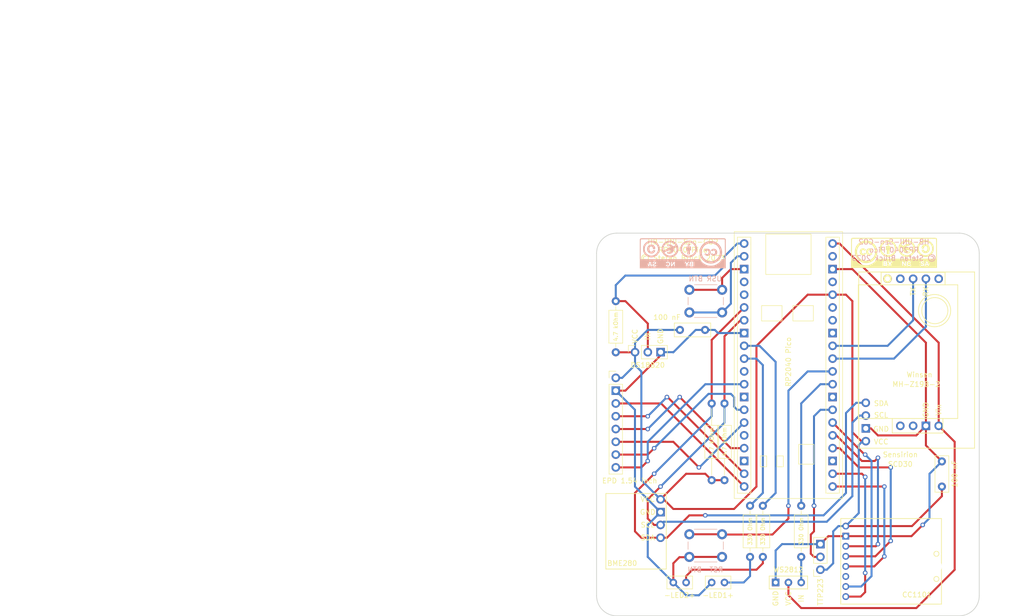
<source format=kicad_pcb>
(kicad_pcb (version 20211014) (generator pcbnew)
  (layers (0 "F.Cu" signal) (31 "B.Cu" signal) (34 "B.Paste" user) (35 "F.Paste" user) (36 "B.SilkS" user "B.Silkscreen") (37 "F.SilkS" user "F.Silkscreen") (38 "B.Mask" user) (39 "F.Mask" user) (44 "Edge.Cuts" user))
  (net 0 "")
  (footprint "MountingHole:MountingHole_2.7mm_M2.5_DIN965" (layer "F.Cu") (at 199 54)
    (fp_text reference "REF**" hide)
    (fp_text value "MountingHole_2.7mm_M2.5_DIN965" hide)
    (pad "" np_thru_hole circle locked (at 0 0) (size 2.7 2.7) (drill 2.7) (layers *.Cu *.Mask))
  )
  (footprint "MountingHole:MountingHole_2.7mm_M2.5_DIN965" (layer "F.Cu") (at 131 122)
    (fp_text reference "REF**" hide)
    (fp_text value "MountingHole_2.7mm_M2.5_DIN965" hide)
    (pad "" np_thru_hole circle locked (at 0 0) (size 2.7 2.7) (drill 2.7) (layers *.Cu *.Mask))
  )
  (footprint "MountingHole:MountingHole_2.7mm_M2.5_DIN965" (layer "F.Cu") (at 199 122)
    (fp_text reference "REF**" hide)
    (fp_text value "MountingHole_2.7mm_M2.5_DIN965" hide)
    (pad "" np_thru_hole circle locked (at 0 0) (size 2.7 2.7) (drill 2.7) (layers *.Cu *.Mask))
  )
  (footprint "Module:CC1101" (layer "F.Cu") (at 173.99 106.68)
    (fp_text reference "CC1101" hide)
    (fp_text value "CC1101" (at 16.62 15.13) (layer "F.SilkS"))
    (pad "1" thru_hole circle locked (at 2.5 1.5) (size 1.35 1.35) (drill 0.8) (layers *.Cu *.Mask))
    (pad "2" thru_hole rect locked (at 2.5 3.5) (size 1.35 1.35) (drill 0.8) (layers *.Cu *.Mask))
    (pad "3" thru_hole circle locked (at 2.5 5.5) (size 1.35 1.35) (drill 0.8) (layers *.Cu *.Mask))
    (pad "4" thru_hole circle locked (at 2.5 7.5) (size 1.35 1.35) (drill 0.8) (layers *.Cu *.Mask))
    (pad "5" thru_hole circle locked (at 2.5 9.5) (size 1.35 1.35) (drill 0.8) (layers *.Cu *.Mask))
    (pad "6" thru_hole circle locked (at 2.5 11.5) (size 1.35 1.35) (drill 0.8) (layers *.Cu *.Mask))
    (pad "7" thru_hole circle locked (at 2.5 13.5) (size 1.35 1.35) (drill 0.8) (layers *.Cu *.Mask))
    (pad "8" thru_hole circle locked (at 2.5 15.5) (size 1.35 1.35) (drill 0.8) (layers *.Cu *.Mask))
  )
  (footprint "Module:GY-BME280" (layer "F.Cu") (at 142.24 118.11 180)
    (fp_text reference "BME280" (at 10.16 2.54 180) (layer "F.SilkS"))
    (fp_text value "GY-BME280" hide)
    (fp_text user "SCL" (at 5.08 10.16 180) (layer "F.SilkS"))
    (fp_text user "VCC" (at 5.08 15.24 180) (layer "F.SilkS"))
    (fp_text user "SDA" (at 5.08 7.62 180) (layer "F.SilkS"))
    (fp_text user "GND" (at 5.08 12.7 180) (layer "F.SilkS"))
    (pad "1" thru_hole circle locked (at 2.54 15.24 180) (size 1.7 1.7) (drill 1) (layers *.Cu *.Mask))
    (pad "2" thru_hole rect locked (at 2.54 12.7 180) (size 1.7 1.7) (drill 1) (layers *.Cu *.Mask))
    (pad "3" thru_hole circle locked (at 2.54 10.16 180) (size 1.7 1.7) (drill 1) (layers *.Cu *.Mask))
    (pad "4" thru_hole circle locked (at 2.54 7.62 180) (size 1.7 1.7) (drill 1) (layers *.Cu *.Mask))
  )
  (footprint "MountingHole:MountingHole_2.7mm_M2.5_DIN965" (layer "F.Cu") (at 131 54)
    (fp_text reference "REF**" hide)
    (fp_text value "MountingHole_2.7mm_M2.5_DIN965" hide)
    (pad "" np_thru_hole circle locked (at 0 0) (size 2.7 2.7) (drill 2.7) (layers *.Cu *.Mask))
  )
  (footprint "Module:SCD30" (layer "F.Cu") (at 179.07 92.71 -90)
    (fp_text reference "Sensirion" (at 1.27 -8.255) (layer "F.SilkS"))
    (fp_text value "SCD30" (at 3.175 -8.255 180) (layer "F.SilkS"))
    (pad "1" thru_hole circle locked (at -1.4 -1.4 270) (size 1.7 1.7) (drill 1) (layers *.Cu *.Mask))
    (pad "2" thru_hole rect locked (at -3.94 -1.4 270) (size 1.7 1.7) (drill 1) (layers *.Cu *.Mask))
    (pad "3" thru_hole circle locked (at -6.48 -1.4 270) (size 1.7 1.7) (drill 1) (layers *.Cu *.Mask))
    (pad "4" thru_hole circle locked (at -9.02 -1.39 270) (size 1.7 1.7) (drill 1) (layers *.Cu *.Mask))
  )
  (footprint "MountingHole:MountingHole_2.7mm_M2.5_DIN965" (layer "F.Cu") (at 146.6 74)
    (fp_text reference "REF**" hide)
    (fp_text value "MountingHole_2.7mm_M2.5_DIN965" hide)
    (pad "" np_thru_hole circle locked (at 0 0) (size 2.7 2.7) (drill 2.7) (layers *.Cu *.Mask))
  )
  (footprint "MountingHole:MountingHole_2.7mm_M2.5_DIN965" (layer "F.Cu") (at 146.6 102)
    (fp_text reference "REF**" hide)
    (fp_text value "MountingHole_2.7mm_M2.5_DIN965" hide)
    (pad "" np_thru_hole circle locked (at 0 0) (size 2.7 2.7) (drill 2.7) (layers *.Cu *.Mask))
  )
  (footprint "" (layer "F.Cu") (at 31.62 3.94)
    (fp_text reference "" (at 135.89 58.42) (layer "F.SilkS") (effects (font (size 1.27 1.27))))
    (fp_text value "" (at 135.89 58.42) (layer "F.SilkS") (effects (font (size 1.27 1.27))))
    (pad "" thru_hole circle locked (at 133.48 115.44 270) (size 1.5 1.5) (drill 0.8) (layers *.Cu *.Mask))
  )
  (footprint "" (layer "F.Cu") (at 8.76 3.94)
    (fp_text reference "" (at 135.89 58.42) (layer "F.SilkS") (effects (font (size 1.27 1.27))))
    (fp_text value "" (at 135.89 58.42) (layer "F.SilkS") (effects (font (size 1.27 1.27))))
    (pad "" thru_hole circle locked (at 133.48 115.44 270) (size 1.5 1.5) (drill 0.8) (layers *.Cu *.Mask))
  )
  (footprint "Sensor:Winsen_MH-Z19B" (layer "F.Cu") (at 180.975 59.055 90)
    (fp_text reference "Winsen MH-Z19" hide)
    (fp_text value "Winsen" (at -19.05 10.16 180) (layer "F.SilkS"))
    (fp_text user "MH-Z19B-2" (at -20.955 9.525 180) (layer "F.SilkS"))
    (pad "1" thru_hole circle locked (at 0 13.97 90) (size 1.7 1.7) (drill 1) (layers *.Cu *.Mask))
    (pad "2" thru_hole circle locked (at 0 11.43 90) (size 1.7 1.7) (drill 1) (layers *.Cu *.Mask))
    (pad "3" thru_hole circle locked (at 0 8.89 90) (size 1.7 1.7) (drill 1) (layers *.Cu *.Mask))
    (pad "4" thru_hole circle locked (at 0 6.35 90) (size 1.7 1.7) (drill 1) (layers *.Cu *.Mask))
    (pad "5" thru_hole circle locked (at 0 3.81 90) (size 1.7 1.7) (drill 1) (layers *.Cu *.Mask "F.SilkS"))
    (pad "6" thru_hole circle locked (at -29.21 13.97 90) (size 1.7 1.7) (drill 1) (layers *.Cu *.Mask))
    (pad "7" thru_hole rect locked (at -29.21 11.43 90) (size 1.7 1.7) (drill 1) (layers *.Cu *.Mask))
    (pad "8" thru_hole circle locked (at -29.21 8.89 90) (size 1.7 1.7) (drill 1) (layers *.Cu *.Mask))
    (pad "9" thru_hole circle locked (at -29.21 6.35 90) (size 1.7 1.7) (drill 1) (layers *.Cu *.Mask))
  )
  (footprint "MountingHole:MountingHole_2.2mm_M2" (layer "F.Cu") (at 194.51 116.18)
    (fp_text reference "REF**" hide)
    (fp_text value "MountingHole_2.2mm_M2" hide)
    (pad "" np_thru_hole circle locked (at 0 0) (size 2.2 2.2) (drill 2.2) (layers *.Cu *.Mask))
  )
  (footprint "MountingHole:MountingHole_2.7mm_M2.5_DIN965" (layer "F.Cu") (at 189.6 102)
    (fp_text reference "REF**" hide)
    (fp_text value "MountingHole_2.7mm_M2.5_DIN965" hide)
    (pad "" np_thru_hole circle locked (at 0 0) (size 2.7 2.7) (drill 2.7) (layers *.Cu *.Mask))
  )
  (footprint "cc_600dpi" (layer "F.Cu") (at 186.055 53.89)
    (fp_text reference "G***" hide)
    (fp_text value "LOGO" hide)
  )
  (footprint "Capacitor_THT:C_Rect_L7.0mm_W2.5mm_P5.00mm" (layer "F.Cu") (at 143.55 69.215)
    (fp_text reference "100 nF" (at -2.58 -2.5) (layer "F.SilkS"))
    (fp_text value "C_Rect_L7.0mm_W2.5mm_P5.00mm" hide)
    (pad "1" thru_hole circle locked (at 0 0) (size 1.6 1.6) (drill 0.8) (layers *.Cu *.Mask))
    (pad "2" thru_hole circle locked (at 5 0) (size 1.6 1.6) (drill 0.8) (layers *.Cu *.Mask))
  )
  (footprint "Capacitor_THT:C_Rect_L7.0mm_W2.5mm_P5.00mm" (layer "F.Cu") (at 195.58 100.33 90)
    (fp_text reference "100 nF" (at 2.5 2.54 90) (layer "F.SilkS"))
    (fp_text value "C_Rect_L7.0mm_W2.5mm_P5.00mm" hide)
    (pad "1" thru_hole circle locked (at 0 0 90) (size 1.6 1.6) (drill 0.8) (layers *.Cu *.Mask))
    (pad "2" thru_hole circle locked (at 5 0 90) (size 1.6 1.6) (drill 0.8) (layers *.Cu *.Mask))
  )
  (footprint "Resistor_THT:R_Axial_DIN0207_L6.3mm_D2.5mm_P15.24mm_Horizontal" (layer "F.Cu") (at 152.4 99.06 90)
    (fp_text reference "4.7 kOhm" hide)
    (fp_text value "R_Axial_DIN0207_L6.3mm_D2.5mm_P15.24mm_Horizontal" hide)
    (fp_text user "${REFERENCE}" (at 7.62 0 90) (layer "F.SilkS") (effects (font (size 0.8 0.8))))
    (pad "1" thru_hole circle locked (at 0 0 90) (size 1.6 1.6) (drill 0.8) (layers *.Cu *.Mask))
    (pad "2" thru_hole oval locked (at 15.24 0 90) (size 1.6 1.6) (drill 0.8) (layers *.Cu *.Mask))
  )
  (footprint "Resistor_THT:R_Axial_DIN0207_L6.3mm_D2.5mm_P15.24mm_Horizontal" (layer "F.Cu") (at 149.86 99.06 90)
    (fp_text reference "4.7 kOhm" hide)
    (fp_text value "R_Axial_DIN0207_L6.3mm_D2.5mm_P15.24mm_Horizontal" hide)
    (fp_text user "${REFERENCE}" (at 7.62 0 90) (layer "F.SilkS") (effects (font (size 0.8 0.8))))
    (pad "1" thru_hole circle locked (at 0 0 90) (size 1.6 1.6) (drill 0.8) (layers *.Cu *.Mask))
    (pad "2" thru_hole oval locked (at 15.24 0 90) (size 1.6 1.6) (drill 0.8) (layers *.Cu *.Mask))
  )
  (footprint "Resistor_THT:R_Axial_DIN0207_L6.3mm_D2.5mm_P10.16mm_Horizontal" (layer "F.Cu") (at 167.64 114.3 90)
    (fp_text reference "330 Ohm" hide)
    (fp_text value "R_Axial_DIN0207_L6.3mm_D2.5mm_P10.16mm_Horizontal" hide)
    (fp_text user "${REFERENCE}" (at 5.08 0 90) (layer "F.SilkS") (effects (font (size 0.8 0.8))))
    (pad "1" thru_hole circle locked (at 0 0 90) (size 1.6 1.6) (drill 0.8) (layers *.Cu *.Mask))
    (pad "2" thru_hole oval locked (at 10.16 0 90) (size 1.6 1.6) (drill 0.8) (layers *.Cu *.Mask))
  )
  (footprint "Resistor_THT:R_Axial_DIN0207_L6.3mm_D2.5mm_P10.16mm_Horizontal" (layer "F.Cu") (at 157.48 114.3 90)
    (fp_text reference "330 Ohm" hide)
    (fp_text value "R_Axial_DIN0207_L6.3mm_D2.5mm_P10.16mm_Horizontal" hide)
    (fp_text user "${REFERENCE}" (at 5.08 0 90) (layer "F.SilkS") (effects (font (size 0.8 0.8))))
    (pad "1" thru_hole circle locked (at 0 0 90) (size 1.6 1.6) (drill 0.8) (layers *.Cu *.Mask))
    (pad "2" thru_hole oval locked (at 10.16 0 90) (size 1.6 1.6) (drill 0.8) (layers *.Cu *.Mask))
  )
  (footprint "Connector_PinHeader_2.54mm:PinHeader_1x08_P2.54mm_Vertical" (layer "F.Cu") (at 130.81 78.74)
    (fp_text reference "EPD 1.54 inch" (at 2.76 20.44) (layer "F.SilkS"))
    (fp_text value "PinHeader_1x08_P2.54mm_Vertical" hide)
    (pad "1" thru_hole circle locked (at 0 0) (size 1.7 1.7) (drill 1) (layers *.Cu *.Mask))
    (pad "2" thru_hole rect locked (at 0 2.54) (size 1.7 1.7) (drill 1) (layers *.Cu *.Mask))
    (pad "3" thru_hole oval locked (at 0 5.08) (size 1.7 1.7) (drill 1) (layers *.Cu *.Mask))
    (pad "4" thru_hole oval locked (at 0 7.62) (size 1.7 1.7) (drill 1) (layers *.Cu *.Mask))
    (pad "5" thru_hole oval locked (at 0 10.16) (size 1.7 1.7) (drill 1) (layers *.Cu *.Mask))
    (pad "6" thru_hole oval locked (at 0 12.7) (size 1.7 1.7) (drill 1) (layers *.Cu *.Mask))
    (pad "7" thru_hole oval locked (at 0 15.24) (size 1.7 1.7) (drill 1) (layers *.Cu *.Mask))
    (pad "8" thru_hole oval locked (at 0 17.78) (size 1.7 1.7) (drill 1) (layers *.Cu *.Mask))
  )
  (footprint "Connector_PinSocket_2.54mm:PinSocket_1x03_P2.54mm_Vertical" (layer "F.Cu") (at 171.45 116.84 180)
    (fp_text reference "TTP223" (at 0 -4.445 90) (layer "F.SilkS"))
    (fp_text value "PinSocket_1x03_P2.54mm_Vertical" hide)
    (pad "1" thru_hole circle locked (at 0 0 180) (size 1.7 1.7) (drill 1) (layers *.Cu *.Mask))
    (pad "2" thru_hole oval locked (at 0 2.54 180) (size 1.7 1.7) (drill 1) (layers *.Cu *.Mask))
    (pad "3" thru_hole rect locked (at 0 5.08 180) (size 1.7 1.7) (drill 1) (layers *.Cu *.Mask))
  )
  (footprint "Resistor_THT:R_Axial_DIN0207_L6.3mm_D2.5mm_P10.16mm_Horizontal" (layer "F.Cu") (at 130.81 73.66 90)
    (fp_text reference "4.7 kOhm" hide)
    (fp_text value "R_Axial_DIN0207_L6.3mm_D2.5mm_P10.16mm_Horizontal" hide)
    (fp_text user "${REFERENCE}" (at 5.08 0 90) (layer "F.SilkS") (effects (font (size 0.8 0.8))))
    (pad "1" thru_hole circle locked (at 0 0 90) (size 1.6 1.6) (drill 0.8) (layers F&B.Cu *.Mask))
    (pad "2" thru_hole oval locked (at 10.16 0 90) (size 1.6 1.6) (drill 0.8) (layers F&B.Cu *.Mask))
  )
  (footprint "" (layer "F.Cu") (at 11.3 3.94)
    (fp_text reference "" (at 135.89 58.42) (layer "F.SilkS") (effects (font (size 1.27 1.27))))
    (fp_text value "" (at 135.89 58.42) (layer "F.SilkS") (effects (font (size 1.27 1.27))))
    (pad "" thru_hole circle locked (at 133.48 115.44 270) (size 1.5 1.5) (drill 0.8) (layers *.Cu *.Mask))
  )
  (footprint "Connector_PinSocket_2.54mm:PinSocket_1x03_P2.54mm_Vertical" (layer "F.Cu") (at 134.635 73.635 90)
    (fp_text reference "DS18B20" (at -2.565 2.525) (layer "F.SilkS"))
    (fp_text value "PinSocket_1x03_P2.54mm_Vertical" hide)
    (pad "1" thru_hole circle locked (at 0 0 90) (size 1.7 1.7) (drill 1) (layers *.Cu *.Mask))
    (pad "2" thru_hole oval locked (at 0 2.54 90) (size 1.7 1.7) (drill 1) (layers F&B.Cu *.Mask))
    (pad "3" thru_hole rect locked (at 0 5.08 90) (size 1.7 1.7) (drill 1) (layers *.Cu *.Mask))
  )
  (footprint "" (layer "F.Cu") (at 16.38 3.94)
    (fp_text reference "" (at 135.89 58.42) (layer "F.SilkS") (effects (font (size 1.27 1.27))))
    (fp_text value "" (at 135.89 58.42) (layer "F.SilkS") (effects (font (size 1.27 1.27))))
    (pad "" thru_hole circle locked (at 133.48 115.44 270) (size 1.5 1.5) (drill 0.8) (layers *.Cu *.Mask))
  )
  (footprint "" (layer "F.Cu") (at 34.16 3.94)
    (fp_text reference "" (at 135.89 58.42) (layer "F.SilkS") (effects (font (size 1.27 1.27))))
    (fp_text value "" (at 135.89 58.42) (layer "F.SilkS") (effects (font (size 1.27 1.27))))
    (pad "" thru_hole circle locked (at 133.48 115.44 270) (size 1.5 1.5) (drill 0.8) (layers *.Cu *.Mask))
  )
  (footprint "Resistor_THT:R_Axial_DIN0207_L6.3mm_D2.5mm_P10.16mm_Horizontal" (layer "F.Cu") (at 160.02 114.3 90)
    (fp_text reference "330 Ohm" hide)
    (fp_text value "R_Axial_DIN0207_L6.3mm_D2.5mm_P10.16mm_Horizontal" hide)
    (fp_text user "${REFERENCE}" (at 5.08 0 90) (layer "F.SilkS") (effects (font (size 0.8 0.8))))
    (pad "1" thru_hole circle locked (at 0 0 90) (size 1.6 1.6) (drill 0.8) (layers *.Cu *.Mask))
    (pad "2" thru_hole oval locked (at 10.16 0 90) (size 1.6 1.6) (drill 0.8) (layers *.Cu *.Mask))
  )
  (footprint "test:WeAct-RP2040-Pico" (layer "F.Cu") (at 165.1 76.2)
    (fp_text reference "RP2040 Pico" (at 0 -0.635 90 unlocked) (layer "F.SilkS"))
    (fp_text value "WeAct-RP2040-Pico")
    (pad "1" thru_hole circle (at -8.79 -24.142) (size 1.7 1.7) (drill 1) (layers *.Cu *.Mask))
    (pad "2" thru_hole oval (at -8.79 -21.602) (size 1.7 1.7) (drill 1) (layers *.Cu *.Mask))
    (pad "3" thru_hole rect (at -8.79 -19.062) (size 1.7 1.7) (drill 1) (layers *.Cu *.Mask))
    (pad "4" thru_hole oval (at -8.79 -16.522) (size 1.7 1.7) (drill 1) (layers *.Cu *.Mask))
    (pad "5" thru_hole oval (at -8.79 -13.982) (size 1.7 1.7) (drill 1) (layers *.Cu *.Mask))
    (pad "6" thru_hole oval (at -8.79 -11.442) (size 1.7 1.7) (drill 1) (layers *.Cu *.Mask))
    (pad "7" thru_hole oval (at -8.79 -8.902) (size 1.7 1.7) (drill 1) (layers *.Cu *.Mask))
    (pad "8" thru_hole rect (at -8.79 -6.362) (size 1.7 1.7) (drill 1) (layers *.Cu *.Mask))
    (pad "9" thru_hole oval (at -8.79 -3.822) (size 1.7 1.7) (drill 1) (layers *.Cu *.Mask))
    (pad "10" thru_hole oval (at -8.79 -1.282) (size 1.7 1.7) (drill 1) (layers *.Cu *.Mask))
    (pad "11" thru_hole oval (at -8.79 1.258) (size 1.7 1.7) (drill 1) (layers *.Cu *.Mask))
    (pad "12" thru_hole oval (at -8.79 3.798) (size 1.7 1.7) (drill 1) (layers *.Cu *.Mask))
    (pad "13" thru_hole rect (at -8.79 6.338) (size 1.7 1.7) (drill 1) (layers *.Cu *.Mask))
    (pad "14" thru_hole oval (at -8.79 8.878) (size 1.7 1.7) (drill 1) (layers *.Cu *.Mask))
    (pad "15" thru_hole oval (at -8.79 11.418) (size 1.7 1.7) (drill 1) (layers *.Cu *.Mask))
    (pad "16" thru_hole oval (at -8.79 13.958) (size 1.7 1.7) (drill 1) (layers *.Cu *.Mask))
    (pad "17" thru_hole oval (at -8.79 16.498) (size 1.7 1.7) (drill 1) (layers *.Cu *.Mask))
    (pad "18" thru_hole rect (at -8.79 19.038) (size 1.7 1.7) (drill 1) (layers *.Cu *.Mask))
    (pad "19" thru_hole oval (at -8.79 21.578) (size 1.7 1.7) (drill 1) (layers *.Cu *.Mask))
    (pad "20" thru_hole oval (at -8.79 24.118) (size 1.7 1.7) (drill 1) (layers *.Cu *.Mask))
    (pad "21" thru_hole oval (at 8.774 24.118) (size 1.7 1.7) (drill 1) (layers *.Cu *.Mask))
    (pad "22" thru_hole oval (at 8.774 21.578) (size 1.7 1.7) (drill 1) (layers *.Cu *.Mask))
    (pad "23" thru_hole rect (at 8.774 19.038) (size 1.7 1.7) (drill 1) (layers *.Cu *.Mask))
    (pad "24" thru_hole oval (at 8.774 16.498) (size 1.7 1.7) (drill 1) (layers *.Cu *.Mask))
    (pad "25" thru_hole oval (at 8.774 13.958) (size 1.7 1.7) (drill 1) (layers *.Cu *.Mask))
    (pad "26" thru_hole oval (at 8.774 11.418) (size 1.7 1.7) (drill 1) (layers *.Cu *.Mask))
    (pad "27" thru_hole oval (at 8.774 8.878) (size 1.7 1.7) (drill 1) (layers *.Cu *.Mask))
    (pad "28" thru_hole rect (at 8.774 6.338) (size 1.7 1.7) (drill 1) (layers *.Cu *.Mask))
    (pad "29" thru_hole oval (at 8.774 3.798) (size 1.7 1.7) (drill 1) (layers *.Cu *.Mask))
    (pad "30" thru_hole oval (at 8.774 1.258) (size 1.7 1.7) (drill 1) (layers *.Cu *.Mask))
    (pad "31" thru_hole oval (at 8.774 -1.282) (size 1.7 1.7) (drill 1) (layers *.Cu *.Mask))
    (pad "32" thru_hole oval (at 8.774 -3.822) (size 1.7 1.7) (drill 1) (layers *.Cu *.Mask))
    (pad "33" thru_hole rect (at 8.774 -6.362) (size 1.7 1.7) (drill 1) (layers *.Cu *.Mask))
    (pad "34" thru_hole oval (at 8.774 -8.902) (size 1.7 1.7) (drill 1) (layers *.Cu *.Mask))
    (pad "35" thru_hole oval (at 8.774 -11.442) (size 1.7 1.7) (drill 1) (layers *.Cu *.Mask))
    (pad "36" thru_hole oval (at 8.774 -13.982) (size 1.7 1.7) (drill 1) (layers *.Cu *.Mask))
    (pad "37" thru_hole oval (at 8.774 -16.522) (size 1.7 1.7) (drill 1) (layers *.Cu *.Mask))
    (pad "38" thru_hole rect (at 8.774 -19.062) (size 1.7 1.7) (drill 1) (layers *.Cu *.Mask))
    (pad "39" thru_hole oval (at 8.774 -21.602) (size 1.7 1.7) (drill 1) (layers *.Cu *.Mask))
    (pad "40" thru_hole circle (at 8.774 -24.142) (size 1.7 1.7) (drill 1) (layers *.Cu *.Mask))
  )
  (footprint "" (layer "F.Cu") (at 29.08 3.94)
    (fp_text reference "" (at 135.89 58.42) (layer "F.SilkS") (effects (font (size 1.27 1.27))))
    (fp_text value "" (at 135.89 58.42) (layer "F.SilkS") (effects (font (size 1.27 1.27))))
    (pad "" thru_hole rect locked (at 133.48 115.44 270) (size 1.5 1.5) (drill 0.8) (layers *.Cu *.Mask))
  )
  (footprint "" (layer "F.Cu") (at 18.92 3.94)
    (fp_text reference "" (at 135.89 58.42) (layer "F.SilkS") (effects (font (size 1.27 1.27))))
    (fp_text value "" (at 135.89 58.42) (layer "F.SilkS") (effects (font (size 1.27 1.27))))
    (pad "" thru_hole circle locked (at 133.48 115.44 270) (size 1.5 1.5) (drill 0.8) (layers *.Cu *.Mask))
  )
  (footprint "Button_Switch_THT:SW_PUSH_6mm_H4.3mm" (layer "B.Cu") (at 145.42 114.3)
    (fp_text reference "RST BTN" hide)
    (fp_text value "RST  BTN" (at 3.175 2.54) (layer "B.SilkS") (effects (justify mirror)))
    (pad "1" thru_hole circle locked (at 6.5 0 270) (size 2 2) (drill 1.1) (layers *.Cu *.Mask))
    (pad "1" thru_hole circle locked (at 0 0 270) (size 2 2) (drill 1.1) (layers *.Cu *.Mask))
    (pad "2" thru_hole circle locked (at 0 -4.5 270) (size 2 2) (drill 1.1) (layers *.Cu *.Mask))
    (pad "2" thru_hole circle locked (at 6.5 -4.5 270) (size 2 2) (drill 1.1) (layers *.Cu *.Mask))
  )
  (footprint "Button_Switch_THT:SW_PUSH_6mm_H4.3mm" (layer "B.Cu") (at 145.43 65.74)
    (fp_text reference "USR BTN" hide)
    (fp_text value "USR BTN" (at 3.16 -6.685) (layer "B.SilkS") (effects (justify mirror)))
    (pad "1" thru_hole circle locked (at 6.5 0 270) (size 2 2) (drill 1.1) (layers *.Cu *.Mask))
    (pad "1" thru_hole circle locked (at 0 0 270) (size 2 2) (drill 1.1) (layers *.Cu *.Mask))
    (pad "2" thru_hole circle locked (at 0 -4.5 270) (size 2 2) (drill 1.1) (layers *.Cu *.Mask))
    (pad "2" thru_hole circle locked (at 6.5 -4.5 270) (size 2 2) (drill 1.1) (layers *.Cu *.Mask))
  )
  (footprint "cc_600dpi" (layer "B.Cu") (at 144.145 53.975 180)
    (fp_text reference "G***" hide)
    (fp_text value "LOGO" hide)
  )
  (gr_line (start 161.29 120.65) (end 161.29 118.11) (layer "F.SilkS") (width 0.15))
  (gr_line (start 140.97 120.65) (end 140.97 118.11) (layer "F.SilkS") (width 0.12))
  (gr_line (start 148.59 120.65) (end 148.59 118.11) (layer "F.SilkS") (width 0.12))
  (gr_line (start 146.05 118.11) (end 146.05 120.65) (layer "F.SilkS") (width 0.12))
  (gr_line (start 168.91 118.11) (end 168.91 120.65) (layer "F.SilkS") (width 0.15))
  (gr_line (start 148.59 118.11) (end 153.67 118.11) (layer "F.SilkS") (width 0.12))
  (gr_line (start 161.29 118.11) (end 168.91 118.11) (layer "F.SilkS") (width 0.15))
  (gr_line (start 153.67 118.11) (end 153.67 120.65) (layer "F.SilkS") (width 0.12))
  (gr_line (start 168.91 120.65) (end 161.29 120.65) (layer "F.SilkS") (width 0.15))
  (gr_line (start 146.05 120.65) (end 140.97 120.65) (layer "F.SilkS") (width 0.12))
  (gr_line (start 140.97 118.11) (end 146.05 118.11) (layer "F.SilkS") (width 0.12))
  (gr_line (start 153.67 120.65) (end 148.59 120.65) (layer "F.SilkS") (width 0.12))
  (gr_line (start 127 54) (end 127 122) (layer "Edge.Cuts") (width 0.15))
  (gr_arc (start 127 54) (mid 128.171573 51.171573) (end 131 50) (layer "Edge.Cuts") (width 0.15))
  (gr_arc (start 131 126) (mid 128.171573 124.828427) (end 127 122) (layer "Edge.Cuts") (width 0.15))
  (gr_arc (start 199 50) (mid 201.828427 51.171573) (end 203 54) (layer "Edge.Cuts") (width 0.15))
  (gr_line (start 203 54) (end 203 122) (layer "Edge.Cuts") (width 0.15))
  (gr_line (start 199 50) (end 131 50) (layer "Edge.Cuts") (width 0.15))
  (gr_line (start 199 126) (end 131 126) (layer "Edge.Cuts") (width 0.15))
  (gr_arc (start 203 122) (mid 201.828427 124.828427) (end 199 126) (layer "Edge.Cuts") (width 0.15))
  (gr_text "HB-UNI-Sen-CO2\nRP2040 Pico\n© Stefan Brück 2023" (at 186.055 53.34) (layer "B.SilkS") (effects (font (size 1 1)) (justify mirror)))
  (gr_text "VCC" (at 165.1 122.555 90) (layer "F.SilkS") (effects (font (size 1 1))))
  (gr_text "IN" (at 167.64 122.555 90) (layer "F.SilkS") (effects (font (size 1 1))))
  (gr_text "GND" (at 183.515 88.9) (layer "F.SilkS") (effects (font (size 1 1))))
  (gr_text "Vin" (at 194.945 85.09 90) (layer "F.SilkS") (effects (font (size 1 1))))
  (gr_text "VCC" (at 183.515 91.44) (layer "F.SilkS") (effects (font (size 1 1))))
  (gr_text "GND" (at 192.405 85.09 90) (layer "F.SilkS") (effects (font (size 1 1))))
  (gr_text "SCL" (at 183.515 86.13) (layer "F.SilkS") (effects (font (size 1 1))))
  (gr_text "SDA" (at 183.515 83.82) (layer "F.SilkS") (effects (font (size 1 1))))
  (gr_text "TX" (at 189.865 61.595 90) (layer "F.SilkS") (effects (font (size 1 1))))
  (gr_text "RX" (at 192.405 61.595 90) (layer "F.SilkS") (effects (font (size 1 1))))
  (gr_text "GND" (at 139.7 70.485 90) (layer "F.SilkS") (effects (font (size 1 1))))
  (gr_text "IN" (at 137.16 70.485 90) (layer "F.SilkS") (effects (font (size 1 1))))
  (gr_text "-LED2+" (at 143.51 121.92) (layer "F.SilkS") (effects (font (size 1 1))))
  (gr_text "GND" (at 162.56 122.555 90) (layer "F.SilkS") (effects (font (size 1 1))))
  (gr_text "WS2812" (at 165.1 116.84) (layer "F.SilkS") (effects (font (size 1 1))))
  (gr_text "VCC" (at 134.62 70.485 90) (layer "F.SilkS") (effects (font (size 1 1))))
  (gr_text "-LED1+" (at 151.13 121.92) (layer "F.SilkS") (effects (font (size 1 1))))
  (gr_text "HB-UNI-Sen-CO2\nRP2040 Pico\n© Stefan Brück 2023" (at 144.145 53.34) (layer "F.SilkS") (effects (font (size 1 1))))
  (segment (start 191.77 107.95) (end 191.77 107.95) (width 0.4) (layer "F.Cu") (net 0))
  (segment (start 147.32 96.52) (end 147.32 96.52) (width 0.4) (layer "F.Cu") (net 0))
  (segment (start 175.248 92.698) (end 173.874 92.698) (width 0.4) (layer "F.Cu") (net 0))
  (segment (start 140.97 82.55) (end 141.082 82.55) (width 0.4) (layer "F.Cu") (net 0))
  (segment (start 169.545 109.855) (end 170.18 109.22) (width 0.4) (layer "F.Cu") (net 0))
  (segment (start 130.81 93.98) (end 137.16 93.98) (width 0.4) (layer "F.Cu") (net 0))
  (segment (start 148.59 97.79) (end 144.78 97.79) (width 0.4) (layer "F.Cu") (net 0))
  (segment (start 139.7 110.49) (end 140.97 110.49) (width 0.4) (layer "F.Cu") (net 0))
  (segment (start 176.49 112.18) (end 182.46 112.18) (width 0.4) (layer "F.Cu") (net 0))
  (segment (start 177.8 63.5) (end 176.518 62.218) (width 0.4) (layer "F.Cu") (net 0))
  (segment (start 165.1 119.38) (end 165.1 121.92) (width 0.4) (layer "F.Cu") (net 0))
  (segment (start 144.78 118.11) (end 144.78 119.38) (width 0.4) (layer "F.Cu") (net 0))
  (segment (start 182.365 114.18) (end 185.42 111.125) (width 0.4) (layer "F.Cu") (net 0))
  (segment (start 170.18 109.22) (end 170.18 104.14) (width 0.4) (layer "F.Cu") (net 0))
  (segment (start 130.81 86.36) (end 137.16 86.36) (width 0.4) (layer "F.Cu") (net 0))
  (segment (start 145.34 61.25) (end 151.84 61.25) (width 0.4) (layer "F.Cu") (net 0))
  (segment (start 170.18 114.3) (end 171.45 114.3) (width 0.4) (layer "F.Cu") (net 0))
  (segment (start 135.89 110.49) (end 139.7 110.49) (width 0.4) (layer "F.Cu") (net 0))
  (segment (start 145.415 109.8) (end 151.915 109.8) (width 0.4) (layer "F.Cu") (net 0))
  (segment (start 167.64 124.46) (end 190.5 124.46) (width 0.4) (layer "F.Cu") (net 0))
  (segment (start 137.16 102.87) (end 137.16 106.68) (width 0.4) (layer "F.Cu") (net 0))
  (segment (start 173.874 92.698) (end 174.613 92.698) (width 0.4) (layer "F.Cu") (net 0))
  (segment (start 179.445 122.18) (end 180.34 121.285) (width 0.4) (layer "F.Cu") (net 0))
  (segment (start 145.415 114.3) (end 151.915 114.3) (width 0.4) (layer "F.Cu") (net 0))
  (segment (start 189.54 110.18) (end 191.77 107.95) (width 0.4) (layer "F.Cu") (net 0))
  (segment (start 180.236 93.98) (end 173.874 87.618) (width 0.4) (layer "F.Cu") (net 0))
  (segment (start 135.89 96.52) (end 130.81 96.52) (width 0.4) (layer "F.Cu") (net 0))
  (segment (start 173.03 110.18) (end 171.45 111.76) (width 0.4) (layer "F.Cu") (net 0))
  (segment (start 137.16 106.68) (end 138.43 107.95) (width 0.4) (layer "F.Cu") (net 0))
  (segment (start 153.682 57.138) (end 156.31 57.138) (width 0.4) (layer "F.Cu") (net 0))
  (segment (start 134.61 73.66) (end 134.635 73.635) (width 0.4) (layer "F.Cu") (net 0))
  (segment (start 198.12 116.84) (end 198.12 91.44) (width 0.4) (layer "F.Cu") (net 0))
  (segment (start 134.62 109.22) (end 135.89 110.49) (width 0.4) (layer "F.Cu") (net 0))
  (segment (start 155.587 67.298) (end 156.31 67.298) (width 0.4) (layer "F.Cu") (net 0))
  (segment (start 179.07 96.52) (end 185.42 96.52) (width 0.4) (layer "F.Cu") (net 0))
  (segment (start 173.874 100.318) (end 184.138 100.318) (width 0.4) (layer "F.Cu") (net 0))
  (segment (start 154.305 104.775) (end 142.24 104.775) (width 0.4) (layer "F.Cu") (net 0))
  (segment (start 182.46 112.18) (end 182.88 111.76) (width 0.4) (layer "F.Cu") (net 0))
  (segment (start 142.24 91.44) (end 147.32 96.52) (width 0.4) (layer "F.Cu") (net 0))
  (segment (start 180.34 121.285) (end 180.34 117.475) (width 0.4) (layer "F.Cu") (net 0))
  (segment (start 175.248 52.058) (end 173.874 52.058) (width 0.4) (layer "F.Cu") (net 0))
  (segment (start 139.7 100.33) (end 137.16 102.87) (width 0.4) (layer "F.Cu") (net 0))
  (segment (start 151.93 58.89) (end 153.682 57.138) (width 0.4) (layer "F.Cu") (net 0))
  (segment (start 192.405 71.755) (end 177.788 57.138) (width 0.4) (layer "F.Cu") (net 0))
  (segment (start 179.693 97.778) (end 173.874 97.778) (width 0.4) (layer "F.Cu") (net 0))
  (segment (start 173.874 90.158) (end 174.613 90.158) (width 0.4) (layer "F.Cu") (net 0))
  (segment (start 182.245 95.25) (end 182.88 94.615) (width 0.4) (layer "F.Cu") (net 0))
  (segment (start 138.43 107.95) (end 139.7 107.95) (width 0.4) (layer "F.Cu") (net 0))
  (segment (start 173.874 62.218) (end 168.922 62.218) (width 0.4) (layer "F.Cu") (net 0))
  (segment (start 184.138 100.318) (end 184.15 100.33) (width 0.4) (layer "F.Cu") (net 0))
  (segment (start 182.17 116.18) (end 184.15 114.2) (width 0.4) (layer "F.Cu") (net 0))
  (segment (start 176.49 108.18) (end 189.635 108.18) (width 0.4) (layer "F.Cu") (net 0))
  (segment (start 138.43 97.79) (end 134.62 101.6) (width 0.4) (layer "F.Cu") (net 0))
  (segment (start 130.81 73.66) (end 134.61 73.66) (width 0.4) (layer "F.Cu") (net 0))
  (segment (start 152.4 83.82) (end 152.4 70.485) (width 0.4) (layer "F.Cu") (net 0))
  (segment (start 198.12 91.44) (end 194.945 88.265) (width 0.4) (layer "F.Cu") (net 0))
  (segment (start 176.49 110.18) (end 189.54 110.18) (width 0.4) (layer "F.Cu") (net 0))
  (segment (start 179.07 96.52) (end 175.248 92.698) (width 0.4) (layer "F.Cu") (net 0))
  (segment (start 160.655 109.855) (end 161.925 109.855) (width 0.4) (layer "F.Cu") (net 0))
  (segment (start 145.415 114.355) (end 143.455 114.355) (width 0.4) (layer "F.Cu") (net 0))
  (segment (start 179.575 91.31) (end 177.8 89.535) (width 0.4) (layer "F.Cu") (net 0))
  (segment (start 149.86 83.82) (end 149.86 71.208) (width 0.4) (layer "F.Cu") (net 0))
  (segment (start 194.945 71.755) (end 175.248 52.058) (width 0.4) (layer "F.Cu") (net 0))
  (segment (start 190.5 124.46) (end 198.12 116.84) (width 0.4) (layer "F.Cu") (net 0))
  (segment (start 132.715 81.28) (end 139.715 74.28) (width 0.4) (layer "F.Cu") (net 0))
  (segment (start 176.49 114.18) (end 182.365 114.18) (width 0.4) (layer "F.Cu") (net 0))
  (segment (start 130.81 81.28) (end 132.715 81.28) (width 0.4) (layer "F.Cu") (net 0))
  (segment (start 140.97 110.49) (end 145.415 106.045) (width 0.4) (layer "F.Cu") (net 0))
  (segment (start 141.082 82.55) (end 156.31 97.778) (width 0.4) (layer "F.Cu") (net 0))
  (segment (start 139.715 74.28) (end 139.715 73.635) (width 0.4) (layer "F.Cu") (net 0))
  (segment (start 158.75 100.33) (end 158.75 72.39) (width 0.4) (layer "F.Cu") (net 0))
  (segment (start 177.788 57.138) (end 173.874 57.138) (width 0.4) (layer "F.Cu") (net 0))
  (segment (start 174.613 90.158) (end 179.705 95.25) (width 0.4) (layer "F.Cu") (net 0))
  (segment (start 146.05 116.84) (end 144.78 118.11) (width 0.4) (layer "F.Cu") (net 0))
  (segment (start 149.86 71.208) (end 156.31 64.758) (width 0.4) (layer "F.Cu") (net 0))
  (segment (start 153.658 92.698) (end 143.51 82.55) (width 0.4) (layer "F.Cu") (net 0))
  (segment (start 137.175 67.96) (end 132.715 63.5) (width 0.4) (layer "F.Cu") (net 0))
  (segment (start 176.49 122.18) (end 179.445 122.18) (width 0.4) (layer "F.Cu") (net 0))
  (segment (start 158.75 100.33) (end 154.305 104.775) (width 0.4) (layer "F.Cu") (net 0))
  (segment (start 165.1 121.92) (end 167.64 124.46) (width 0.4) (layer "F.Cu") (net 0))
  (segment (start 161.925 109.855) (end 165.1 106.68) (width 0.4) (layer "F.Cu") (net 0))
  (segment (start 182.88 90.17) (end 190.5 90.17) (width 0.4) (layer "F.Cu") (net 0))
  (segment (start 130.81 91.44) (end 142.24 91.44) (width 0.4) (layer "F.Cu") (net 0))
  (segment (start 189.635 108.18) (end 195.58 102.235) (width 0.4) (layer "F.Cu") (net 0))
  (segment (start 181.48 88.77) (end 180.47 88.77) (width 0.4) (layer "F.Cu") (net 0))
  (segment (start 176.518 62.218) (end 173.874 62.218) (width 0.4) (layer "F.Cu") (net 0))
  (segment (start 156.31 100.318) (end 139.812 83.82) (width 0.4) (layer "F.Cu") (net 0))
  (segment (start 134.62 101.6) (end 134.62 109.22) (width 0.4) (layer "F.Cu") (net 0))
  (segment (start 151.93 61.24) (end 151.93 58.89) (width 0.4) (layer "F.Cu") (net 0))
  (segment (start 194.945 88.265) (end 194.945 71.755) (width 0.4) (layer "F.Cu") (net 0))
  (segment (start 182.88 90.17) (end 181.48 88.77) (width 0.4) (layer "F.Cu") (net 0))
  (segment (start 174.613 92.698) (end 174.625 92.71) (width 0.4) (layer "F.Cu") (net 0))
  (segment (start 130.81 88.9) (end 137.16 88.9) (width 0.4) (layer "F.Cu") (net 0))
  (segment (start 180.47 91.31) (end 179.575 91.31) (width 0.4) (layer "F.Cu") (net 0))
  (segment (start 142.24 104.775) (end 140.335 102.87) (width 0.4) (layer "F.Cu") (net 0))
  (segment (start 158.75 116.84) (end 160.02 115.57) (width 0.4) (layer "F.Cu") (net 0))
  (segment (start 139.812 83.82) (end 130.81 83.82) (width 0.4) (layer "F.Cu") (net 0))
  (segment (start 195.58 102.235) (end 195.58 100.33) (width 0.4) (layer "F.Cu") (net 0))
  (segment (start 160.02 115.57) (end 160.02 114.3) (width 0.4) (layer "F.Cu") (net 0))
  (segment (start 192.405 88.265) (end 192.405 92.155) (width 0.4) (layer "F.Cu") (net 0))
  (segment (start 177.8 89.535) (end 177.8 63.5) (width 0.4) (layer "F.Cu") (net 0))
  (segment (start 151.915 109.855) (end 160.655 109.855) (width 0.4) (layer "F.Cu") (net 0))
  (segment (start 152.4 70.485) (end 155.587 67.298) (width 0.4) (layer "F.Cu") (net 0))
  (segment (start 156.31 92.698) (end 153.658 92.698) (width 0.4) (layer "F.Cu") (net 0))
  (segment (start 137.175 73.635) (end 137.175 67.96) (width 0.4) (layer "F.Cu") (net 0))
  (segment (start 144.78 97.79) (end 139.7 102.87) (width 0.4) (layer "F.Cu") (net 0))
  (segment (start 142.24 115.57) (end 142.24 119.38) (width 0.4) (layer "F.Cu") (net 0))
  (segment (start 137.16 93.98) (end 138.43 92.71) (width 0.4) (layer "F.Cu") (net 0))
  (segment (start 149.86 99.06) (end 148.59 97.79) (width 0.4) (layer "F.Cu") (net 0))
  (segment (start 169.545 113.665) (end 169.545 109.855) (width 0.4) (layer "F.Cu") (net 0))
  (segment (start 190.5 90.17) (end 192.405 88.265) (width 0.4) (layer "F.Cu") (net 0))
  (segment (start 145.415 106.045) (end 148.59 106.045) (width 0.4) (layer "F.Cu") (net 0))
  (segment (start 179.705 95.25) (end 182.245 95.25) (width 0.4) (layer "F.Cu") (net 0))
  (segment (start 192.405 88.265) (end 192.405 71.755) (width 0.4) (layer "F.Cu") (net 0))
  (segment (start 180.34 98.425) (end 179.693 97.778) (width 0.4) (layer "F.Cu") (net 0))
  (segment (start 165.1 106.68) (end 165.1 104.14) (width 0.4) (layer "F.Cu") (net 0))
  (segment (start 152.4 99.06) (end 149.86 99.06) (width 0.4) (layer "F.Cu") (net 0))
  (segment (start 169.545 113.665) (end 170.18 114.3) (width 0.4) (layer "F.Cu") (net 0))
  (segment (start 184.13 114.18) (end 184.15 114.2) (width 0.4) (layer "F.Cu") (net 0))
  (segment (start 137.16 95.25) (end 135.89 96.52) (width 0.4) (layer "F.Cu") (net 0))
  (segment (start 132.715 63.5) (end 130.81 63.5) (width 0.4) (layer "F.Cu") (net 0))
  (segment (start 192.405 92.155) (end 195.58 95.33) (width 0.4) (layer "F.Cu") (net 0))
  (segment (start 158.75 116.84) (end 146.05 116.84) (width 0.4) (layer "F.Cu") (net 0))
  (segment (start 176.49 110.18) (end 173.03 110.18) (width 0.4) (layer "F.Cu") (net 0))
  (segment (start 143.455 114.355) (end 142.24 115.57) (width 0.4) (layer "F.Cu") (net 0))
  (segment (start 180.34 93.98) (end 180.236 93.98) (width 0.4) (layer "F.Cu") (net 0))
  (segment (start 168.922 62.218) (end 158.75 72.39) (width 0.4) (layer "F.Cu") (net 0))
  (segment (start 176.49 116.18) (end 182.17 116.18) (width 0.4) (layer "F.Cu") (net 0))
  (via (at 185.42 96.52) (size 0.9) (drill 0.5) (layers "F.Cu" "B.Cu") (net 0))
  (via (at 138.43 97.79) (size 0.9) (drill 0.5) (layers "F.Cu" "B.Cu") (net 0))
  (via (at 138.43 92.71) (size 0.9) (drill 0.5) (layers "F.Cu" "B.Cu") (net 0))
  (via (at 140.97 82.55) (size 0.9) (drill 0.5) (layers "F.Cu" "B.Cu") (net 0))
  (via (at 147.32 96.52) (size 0.9) (drill 0.5) (layers "F.Cu" "B.Cu") (net 0))
  (via (at 185.42 111.125) (size 0.9) (drill 0.5) (layers "F.Cu" "B.Cu") (net 0))
  (via (at 180.34 98.425) (size 0.9) (drill 0.5) (layers "F.Cu" "B.Cu") (net 0))
  (via (at 182.88 94.615) (size 0.9) (drill 0.5) (layers "F.Cu" "B.Cu") (net 0))
  (via (at 182.88 111.76) (size 0.9) (drill 0.5) (layers "F.Cu" "B.Cu") (net 0))
  (via (at 180.34 93.98) (size 0.9) (drill 0.5) (layers "F.Cu" "B.Cu") (net 0))
  (via (at 184.15 100.33) (size 0.9) (drill 0.5) (layers "F.Cu" "B.Cu") (net 0))
  (via (at 185.42 96.52) (size 0.9) (drill 0.5) (layers "F.Cu" "B.Cu") (net 0))
  (via (at 137.16 95.25) (size 0.9) (drill 0.5) (layers "F.Cu" "B.Cu") (net 0))
  (via (at 137.16 86.36) (size 0.9) (drill 0.5) (layers "F.Cu" "B.Cu") (net 0))
  (via (at 148.59 106.045) (size 0.9) (drill 0.5) (layers "F.Cu" "B.Cu") (net 0))
  (via (at 180.34 98.425) (size 0.9) (drill 0.5) (layers "F.Cu" "B.Cu") (net 0))
  (via (at 170.18 104.14) (size 0.9) (drill 0.5) (layers "F.Cu" "B.Cu") (net 0))
  (via (at 170.18 104.14) (size 0.9) (drill 0.5) (layers "F.Cu" "B.Cu") (net 0))
  (via (at 165.1 104.14) (size 0.9) (drill 0.5) (layers "F.Cu" "B.Cu") (net 0))
  (via (at 184.15 114.2) (size 0.9) (drill 0.5) (layers "F.Cu" "B.Cu") (net 0))
  (via (at 180.34 117.475) (size 0.9) (drill 0.5) (layers "F.Cu" "B.Cu") (net 0))
  (via (at 143.51 82.55) (size 0.9) (drill 0.5) (layers "F.Cu" "B.Cu") (net 0))
  (via (at 180.34 117.475) (size 0.9) (drill 0.5) (layers "F.Cu" "B.Cu") (net 0))
  (via (at 139.7 100.33) (size 0.9) (drill 0.5) (layers "F.Cu" "B.Cu") (net 0))
  (via (at 137.16 88.9) (size 0.9) (drill 0.5) (layers "F.Cu" "B.Cu") (net 0))
  (via (at 191.77 107.95) (size 0.9) (drill 0.5) (layers "F.Cu" "B.Cu") (net 0))
  (segment (start 138.43 97.79) (end 138.43 97.79) (width 0.4) (layer "B.Cu") (net 0))
  (segment (start 139.7 100.33) (end 139.7 100.33) (width 0.4) (layer "B.Cu") (net 0))
  (segment (start 156.31 85.078) (end 154.928 85.078) (width 0.4) (layer "B.Cu") (net 0))
  (segment (start 135.89 99.06) (end 139.7 102.87) (width 0.4) (layer "B.Cu") (net 0))
  (segment (start 167.64 83.82) (end 171.462 79.998) (width 0.4) (layer "B.Cu") (net 0))
  (segment (start 171.462 79.998) (end 173.874 79.998) (width 0.4) (layer "B.Cu") (net 0))
  (segment (start 176.49 108.18) (end 175.03 108.18) (width 0.4) (layer "B.Cu") (net 0))
  (segment (start 130.81 60.325) (end 130.81 63.5) (width 0.4) (layer "B.Cu") (net 0))
  (segment (start 176.53 85.725) (end 178.565 83.69) (width 0.4) (layer "B.Cu") (net 0))
  (segment (start 170.18 104.14) (end 170.18 86.36) (width 0.4) (layer "B.Cu") (net 0))
  (segment (start 181.61 95.25) (end 181.61 118.11) (width 0.4) (layer "B.Cu") (net 0))
  (segment (start 154.305 83.185) (end 154.305 82.55) (width 0.4) (layer "B.Cu") (net 0))
  (segment (start 195.58 95.33) (end 193.12 97.79) (width 0.4) (layer "B.Cu") (net 0))
  (segment (start 186.067 74.918) (end 173.874 74.918) (width 0.4) (layer "B.Cu") (net 0))
  (segment (start 179.07 105.6) (end 176.49 108.18) (width 0.4) (layer "B.Cu") (net 0))
  (segment (start 149.86 86.36) (end 149.86 83.82) (width 0.4) (layer "B.Cu") (net 0))
  (segment (start 150.495 58.42) (end 132.715 58.42) (width 0.4) (layer "B.Cu") (net 0))
  (segment (start 151.93 65.74) (end 153.67 64) (width 0.4) (layer "B.Cu") (net 0))
  (segment (start 135.89 77.47) (end 134.62 76.2) (width 0.4) (layer "B.Cu") (net 0))
  (segment (start 157.48 104.14) (end 160.02 101.6) (width 0.4) (layer "B.Cu") (net 0))
  (segment (start 151.84 65.75) (end 145.34 65.75) (width 0.4) (layer "B.Cu") (net 0))
  (segment (start 134.62 76.2) (end 134.635 76.185) (width 0.4) (layer "B.Cu") (net 0))
  (segment (start 151.13 69.85) (end 151.142 69.838) (width 0.4) (layer "B.Cu") (net 0))
  (segment (start 157.48 103.505) (end 157.48 104.14) (width 0.4) (layer "B.Cu") (net 0))
  (segment (start 179.07 92.075) (end 179.07 105.6) (width 0.4) (layer "B.Cu") (net 0))
  (segment (start 147.408 96.52) (end 156.31 87.618) (width 0.4) (layer "B.Cu") (net 0))
  (segment (start 132.715 58.42) (end 130.81 60.325) (width 0.4) (layer "B.Cu") (net 0))
  (segment (start 156.21 119.38) (end 157.48 118.11) (width 0.4) (layer "B.Cu") (net 0))
  (segment (start 137.16 91.44) (end 148.602 79.998) (width 0.4) (layer "B.Cu") (net 0))
  (segment (start 192.405 59.055) (end 192.405 68.58) (width 0.4) (layer "B.Cu") (net 0))
  (segment (start 151.142 69.838) (end 156.31 69.838) (width 0.4) (layer "B.Cu") (net 0))
  (segment (start 148.55 69.215) (end 150.495 69.215) (width 0.4) (layer "B.Cu") (net 0))
  (segment (start 172.085 106.045) (end 176.53 101.6) (width 0.4) (layer "B.Cu") (net 0))
  (segment (start 165.1 104.14) (end 165.1 81.28) (width 0.4) (layer "B.Cu") (net 0))
  (segment (start 170.18 86.36) (end 171.462 85.078) (width 0.4) (layer "B.Cu") (net 0))
  (segment (start 144.78 121.92) (end 142.24 119.38) (width 0.4) (layer "B.Cu") (net 0))
  (segment (start 177.8 102.235) (end 177.8 87.63) (width 0.4) (layer "B.Cu") (net 0))
  (segment (start 142.24 83.82) (end 143.51 82.55) (width 0.4) (layer "B.Cu") (net 0))
  (segment (start 184.797 72.378) (end 173.874 72.378) (width 0.4) (layer "B.Cu") (net 0))
  (segment (start 137.16 86.36) (end 140.97 82.55) (width 0.4) (layer "B.Cu") (net 0))
  (segment (start 192.405 68.58) (end 186.067 74.918) (width 0.4) (layer "B.Cu") (net 0))
  (segment (start 178.565 83.69) (end 180.46 83.69) (width 0.4) (layer "B.Cu") (net 0))
  (segment (start 130.81 78.74) (end 132.08 78.74) (width 0.4) (layer "B.Cu") (net 0))
  (segment (start 134.62 100.33) (end 139.7 105.41) (width 0.4) (layer "B.Cu") (net 0))
  (segment (start 157.48 118.11) (end 157.48 114.3) (width 0.4) (layer "B.Cu") (net 0))
  (segment (start 142.215 73.635) (end 139.715 73.635) (width 0.4) (layer "B.Cu") (net 0))
  (segment (start 179.54 120.18) (end 176.49 120.18) (width 0.4) (layer "B.Cu") (net 0))
  (segment (start 152.4 56.515) (end 150.495 58.42) (width 0.4) (layer "B.Cu") (net 0))
  (segment (start 180.34 93.98) (end 181.61 95.25) (width 0.4) (layer "B.Cu") (net 0))
  (segment (start 182.88 94.615) (end 182.88 111.76) (width 0.4) (layer "B.Cu") (net 0))
  (segment (start 193.12 97.79) (end 193.12 106.6) (width 0.4) (layer "B.Cu") (net 0))
  (segment (start 163.83 111.76) (end 162.56 113.03) (width 0.4) (layer "B.Cu") (net 0))
  (segment (start 173.99 115.57) (end 172.72 116.84) (width 0.4) (layer "B.Cu") (net 0))
  (segment (start 148.602 79.998) (end 156.31 79.998) (width 0.4) (layer "B.Cu") (net 0))
  (segment (start 160.02 101.6) (end 160.02 76.2) (width 0.4) (layer "B.Cu") (net 0))
  (segment (start 154.952 52.058) (end 152.4 54.61) (width 0.4) (layer "B.Cu") (net 0))
  (segment (start 142.24 73.66) (end 142.215 73.635) (width 0.4) (layer "B.Cu") (net 0))
  (segment (start 162.56 113.03) (end 162.56 119.38) (width 0.4) (layer "B.Cu") (net 0))
  (segment (start 184.15 100.33) (end 184.15 114.2) (width 0.4) (layer "B.Cu") (net 0))
  (segment (start 185.42 96.52) (end 185.42 111.125) (width 0.4) (layer "B.Cu") (net 0))
  (segment (start 134.635 73.635) (end 134.635 71.74) (width 0.4) (layer "B.Cu") (net 0))
  (segment (start 147.32 96.52) (end 147.408 96.52) (width 0.4) (layer "B.Cu") (net 0))
  (segment (start 134.635 71.74) (end 137.16 69.215) (width 0.4) (layer "B.Cu") (net 0))
  (segment (start 137.16 95.25) (end 137.16 91.44) (width 0.4) (layer "B.Cu") (net 0))
  (segment (start 160.02 76.2) (end 158.738 74.918) (width 0.4) (layer "B.Cu") (net 0))
  (segment (start 148.55 69.215) (end 146.685 69.215) (width 0.4) (layer "B.Cu") (net 0))
  (segment (start 177.8 87.63) (end 179.2 86.23) (width 0.4) (layer "B.Cu") (net 0))
  (segment (start 148.59 106.045) (end 172.085 106.045) (width 0.4) (layer "B.Cu") (net 0))
  (segment (start 181.61 118.11) (end 179.54 120.18) (width 0.4) (layer "B.Cu") (net 0))
  (segment (start 194.945 88.265) (end 194.945 88.9) (width 0.4) (layer "B.Cu") (net 0))
  (segment (start 154.928 85.078) (end 154.305 84.455) (width 0.4) (layer "B.Cu") (net 0))
  (segment (start 180.47 91.31) (end 179.835 91.31) (width 0.4) (layer "B.Cu") (net 0))
  (segment (start 153.67 64) (end 153.67 55.88) (width 0.4) (layer "B.Cu") (net 0))
  (segment (start 130.81 81.28) (end 134.62 85.09) (width 0.4) (layer "B.Cu") (net 0))
  (segment (start 150.495 69.215) (end 151.13 69.85) (width 0.4) (layer "B.Cu") (net 0))
  (segment (start 168.922 77.458) (end 173.874 77.458) (width 0.4) (layer "B.Cu") (net 0))
  (segment (start 134.635 76.185) (end 134.635 73.635) (width 0.4) (layer "B.Cu") (net 0))
  (segment (start 167.64 104.14) (end 167.64 83.82) (width 0.4) (layer "B.Cu") (net 0))
  (segment (start 153.67 81.915) (end 149.225 81.915) (width 0.4) (layer "B.Cu") (net 0))
  (segment (start 153.67 55.88) (end 154.952 54.598) (width 0.4) (layer "B.Cu") (net 0))
  (segment (start 160.02 104.14) (end 162.56 101.6) (width 0.4) (layer "B.Cu") (net 0))
  (segment (start 189.865 67.31) (end 184.797 72.378) (width 0.4) (layer "B.Cu") (net 0))
  (segment (start 193.12 106.6) (end 191.77 107.95) (width 0.4) (layer "B.Cu") (net 0))
  (segment (start 172.72 116.84) (end 171.45 116.84) (width 0.4) (layer "B.Cu") (net 0))
  (segment (start 176.53 101.6) (end 176.53 85.725) (width 0.4) (layer "B.Cu") (net 0))
  (segment (start 172.72 107.315) (end 177.8 102.235) (width 0.4) (layer "B.Cu") (net 0))
  (segment (start 158.738 74.918) (end 156.31 74.918) (width 0.4) (layer "B.Cu") (net 0))
  (segment (start 147.32 121.92) (end 144.78 121.92) (width 0.4) (layer "B.Cu") (net 0))
  (segment (start 135.89 99.06) (end 135.89 77.47) (width 0.4) (layer "B.Cu") (net 0))
  (segment (start 175.03 108.18) (end 173.99 109.22) (width 0.4) (layer "B.Cu") (net 0))
  (segment (start 140.335 102.87) (end 139.7 102.87) (width 0.4) (layer "B.Cu") (net 0))
  (segment (start 159.373 72.378) (end 156.31 72.378) (width 0.4) (layer "B.Cu") (net 0))
  (segment (start 154.305 82.55) (end 153.67 81.915) (width 0.4) (layer "B.Cu") (net 0))
  (segment (start 180.34 117.475) (end 180.34 98.425) (width 0.4) (layer "B.Cu") (net 0))
  (segment (start 137.16 114.3) (end 137.16 107.95) (width 0.4) (layer "B.Cu") (net 0))
  (segment (start 137.16 88.9) (end 142.24 83.82) (width 0.4) (layer "B.Cu") (net 0))
  (segment (start 152.4 87.63) (end 152.4 83.82) (width 0.4) (layer "B.Cu") (net 0))
  (segment (start 134.62 85.09) (end 134.62 100.33) (width 0.4) (layer "B.Cu") (net 0))
  (segment (start 154.305 84.455) (end 154.305 83.185) (width 0.4) (layer "B.Cu") (net 0))
  (segment (start 154.317 82.538) (end 154.305 82.55) (width 0.1) (layer "B.Cu") (net 0))
  (segment (start 137.16 107.95) (end 139.7 105.41) (width 0.4) (layer "B.Cu") (net 0))
  (segment (start 149.86 86.36) (end 138.43 97.79) (width 0.4) (layer "B.Cu") (net 0))
  (segment (start 149.86 119.38) (end 147.32 121.92) (width 0.4) (layer "B.Cu") (net 0))
  (segment (start 152.4 54.61) (end 152.4 56.515) (width 0.4) (layer "B.Cu") (net 0))
  (segment (start 162.56 75.565) (end 159.373 72.378) (width 0.4) (layer "B.Cu") (net 0))
  (segment (start 146.685 69.215) (end 142.24 73.66) (width 0.4) (layer "B.Cu") (net 0))
  (segment (start 162.56 101.6) (end 162.56 75.565) (width 0.4) (layer "B.Cu") (net 0))
  (segment (start 167.64 114.3) (end 167.64 119.38) (width 0.4) (layer "B.Cu") (net 0))
  (segment (start 154.952 54.598) (end 156.31 54.598) (width 0.4) (layer "B.Cu") (net 0))
  (segment (start 152.4 119.38) (end 156.21 119.38) (width 0.4) (layer "B.Cu") (net 0))
  (segment (start 152.4 87.63) (end 139.7 100.33) (width 0.4) (layer "B.Cu") (net 0))
  (segment (start 140.335 107.315) (end 172.72 107.315) (width 0.4) (layer "B.Cu") (net 0))
  (segment (start 179.835 91.31) (end 179.07 92.075) (width 0.4) (layer "B.Cu") (net 0))
  (segment (start 189.865 59.055) (end 189.865 58.42) (width 0.4) (layer "B.Cu") (net 0))
  (segment (start 139.7 107.95) (end 140.335 107.315) (width 0.4) (layer "B.Cu") (net 0))
  (segment (start 189.865 59.055) (end 189.865 67.31) (width 0.4) (layer "B.Cu") (net 0))
  (segment (start 132.08 78.74) (end 134.62 76.2) (width 0.4) (layer "B.Cu") (net 0))
  (segment (start 156.31 52.058) (end 154.952 52.058) (width 0.4) (layer "B.Cu") (net 0))
  (segment (start 142.24 119.38) (end 137.16 114.3) (width 0.4) (layer "B.Cu") (net 0))
  (segment (start 173.99 109.22) (end 173.99 115.57) (width 0.4) (layer "B.Cu") (net 0))
  (segment (start 171.45 111.76) (end 163.83 111.76) (width 0.4) (layer "B.Cu") (net 0))
  (segment (start 137.16 69.215) (end 143.55 69.215) (width 0.4) (layer "B.Cu") (net 0))
  (segment (start 179.2 86.23) (end 180.47 86.23) (width 0.4) (layer "B.Cu") (net 0))
  (segment (start 165.1 81.28) (end 168.922 77.458) (width 0.4) (layer "B.Cu") (net 0))
  (segment (start 171.462 85.078) (end 173.874 85.078) (width 0.4) (layer "B.Cu") (net 0))
  (segment (start 138.43 92.71) (end 149.225 81.915) (width 0.4) (layer "B.Cu") (net 0))
)
</source>
